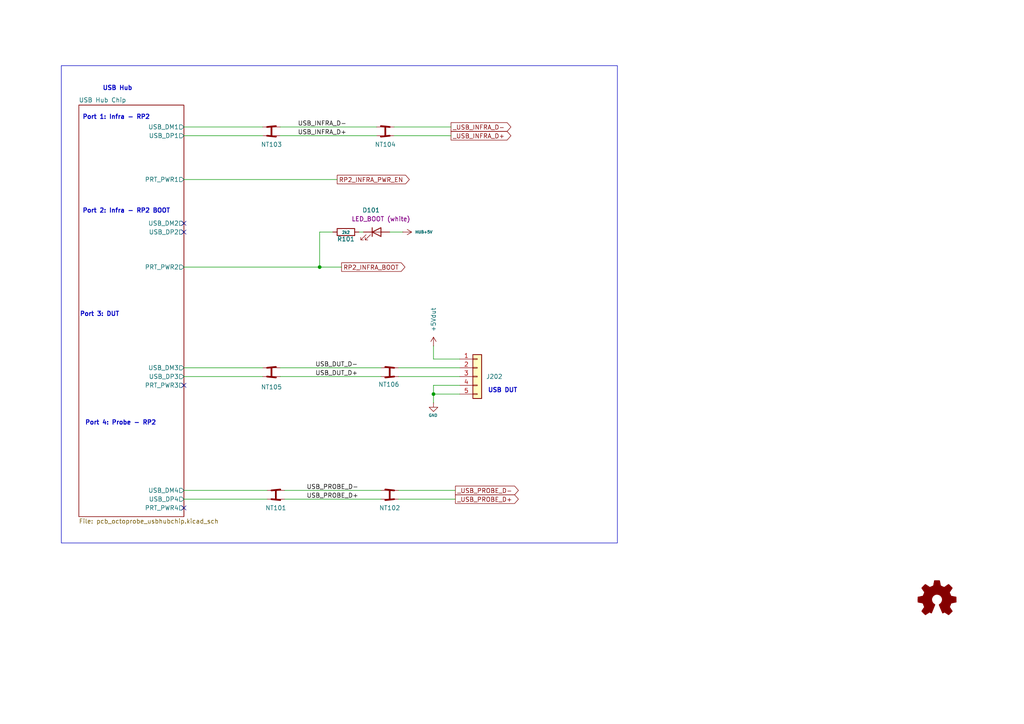
<source format=kicad_sch>
(kicad_sch (version 20250114) (generator "eeschema") (generator_version "9.0")
  (paper "A4")
  (title_block (title "Octohub4") (date "2026-01-11") (rev "0.1") (company "Hans Märki, Märki Informatik") (comment 1 "The MIT License (MIT)"))
  (lib_symbols
    (symbol "00_project_library:+5Vdut" (power) (pin_numbers (hide yes)) (pin_names (offset 0) (hide yes))
      (property "Value" "+5Vdut" (at 0 3.556 0))
      (symbol "+5Vdut_0_1"
        (polyline (pts (xy -0.762 1.27) (xy 0 2.54)))
        (polyline (pts (xy 0 2.54) (xy 0.762 1.27)))
        (polyline (pts (xy 0 0) (xy 0 2.54)))
      )
      (symbol "+5Vdut_1_1"
        (pin power_in line (at 0 0 90) (length 0) (name "~") (number "1"))
      )
    )
    (symbol "00_project_library:HUB+5V" (power) (pin_numbers (hide yes)) (pin_names (offset 0) (hide yes))
      (property "Value" "HUB+5V" (at 0 3.556 0))
      (symbol "HUB+5V_0_1"
        (polyline (pts (xy -0.762 1.27) (xy 0 2.54)))
        (polyline (pts (xy 0 2.54) (xy 0.762 1.27)))
        (polyline (pts (xy 0 0) (xy 0 2.54)))
      )
      (symbol "HUB+5V_1_1"
        (pin power_in line (at 0 0 90) (length 0) (name "~") (number "1"))
      )
    )
    (symbol "00_project_library:LED WHITE" (pin_numbers (hide yes)) (pin_names (offset 1.016) (hide yes))
      (property "Reference" "D" (at 0 2.54 0))
      (property "Value" "LED WHITE" (at 0 -2.54 0))
      (symbol "LED WHITE_0_1"
        (polyline (pts (xy -3.048 -0.762) (xy -4.572 -2.286) (xy -3.81 -2.286) (xy -4.572 -2.286) (xy -4.572 -1.524)))
        (polyline (pts (xy -1.778 -0.762) (xy -3.302 -2.286) (xy -2.54 -2.286) (xy -3.302 -2.286) (xy -3.302 -1.524)))
        (polyline (pts (xy -1.27 0) (xy 1.27 0)))
        (polyline (pts (xy -1.27 -1.27) (xy -1.27 1.27)) (stroke (width 0.254)))
        (polyline (pts (xy 1.27 -1.27) (xy 1.27 1.27) (xy -1.27 0) (xy 1.27 -1.27)) (stroke (width 0.254)))
      )
      (symbol "LED WHITE_1_1"
        (pin passive line (at -3.81 0 0) (length 2.54) (name "K") (number "1"))
        (pin passive line (at 3.81 0 180) (length 2.54) (name "A") (number "2"))
      )
    )
    (symbol "00_project_library:octoprobe_NetTie_USB_Differential" (pin_numbers (hide yes)) (pin_names (offset 0) (hide yes)) (in_bom no)
      (property "Reference" "NT" (at 0 1.27 0))
      (symbol "octoprobe_NetTie_USB_Differential_0_1"
        (polyline (pts (xy -1.27 0) (xy 1.27 0.254)) (stroke (width 0.508)))
        (polyline (pts (xy -1.27 -2.54) (xy 1.27 -2.794)) (stroke (width 0.508)))
        (polyline (pts (xy 0 -2.54) (xy 0 0)) (stroke (width 0.508)))
      )
      (symbol "octoprobe_NetTie_USB_Differential_1_1"
        (pin passive line (at -2.54 0 0) (length 2.54) (name "1") (number "1"))
        (pin passive line (at -2.54 -2.54 0) (length 2.54) (name "3") (number "3"))
        (pin passive line (at 2.54 0 180) (length 2.54) (name "2") (number "2"))
        (pin passive line (at 2.54 -2.54 180) (length 2.54) (name "4") (number "4"))
      )
    )
    (symbol "Connector_Generic:Conn_01x05" (pin_names (offset 1.016) (hide yes))
      (property "Reference" "J" (at 0 7.62 0))
      (property "Value" "Conn_01x05" (at 0 -7.62 0))
      (symbol "Conn_01x05_1_1"
        (rectangle (start -1.27 6.35) (end 1.27 -6.35) (stroke (width 0.254)) (fill (type background)))
        (rectangle (start -1.27 5.207) (end 0 4.953) (stroke (width 0.1524)))
        (rectangle (start -1.27 2.667) (end 0 2.413) (stroke (width 0.1524)))
        (rectangle (start -1.27 0.127) (end 0 -0.127) (stroke (width 0.1524)))
        (rectangle (start -1.27 -2.413) (end 0 -2.667) (stroke (width 0.1524)))
        (rectangle (start -1.27 -4.953) (end 0 -5.207) (stroke (width 0.1524)))
        (pin passive line (at -5.08 5.08 0) (length 3.81) (name "Pin_1") (number "1"))
        (pin passive line (at -5.08 2.54 0) (length 3.81) (name "Pin_2") (number "2"))
        (pin passive line (at -5.08 0 0) (length 3.81) (name "Pin_3") (number "3"))
        (pin passive line (at -5.08 -2.54 0) (length 3.81) (name "Pin_4") (number "4"))
        (pin passive line (at -5.08 -5.08 0) (length 3.81) (name "Pin_5") (number "5"))
      )
    )
    (symbol "Device:R" (pin_numbers (hide yes)) (pin_names (offset 0))
      (property "Reference" "R" (at 2.032 0 90))
      (property "Value" "R" (at 0 0 90))
      (symbol "R_0_1"
        (rectangle (start -1.016 -2.54) (end 1.016 2.54) (stroke (width 0.254)))
      )
      (symbol "R_1_1"
        (pin passive line (at 0 3.81 270) (length 1.27) (name "~") (number "1"))
        (pin passive line (at 0 -3.81 90) (length 1.27) (name "~") (number "2"))
      )
    )
    (symbol "Graphic:Logo_Open_Hardware_Small" (in_bom no) (on_board no)
      (symbol "Logo_Open_Hardware_Small_0_1"
        (polyline (pts (xy 3.3528 -4.3434) (xy 3.302 -4.318) (xy 3.175 -4.2418) (xy 2.9972 -4.1148) (xy 2.7686 -3.9624) (xy 2.54 -3.81) (xy 2.3622 -3.7084) (xy 2.2352 -3.6068) (xy 2.1844 -3.5814) (xy 2.159 -3.6068) (xy 2.0574 -3.6576) (xy 1.905 -3.7338) (xy 1.8034 -3.7846) (xy 1.6764 -3.8354) (xy 1.6002 -3.8354) (xy 1.6002 -3.8354) (xy 1.5494 -3.7338) (xy 1.4732 -3.5306) (xy 1.3462 -3.302) (xy 1.2446 -3.0226) (xy 1.1176 -2.7178) (xy 0.9652 -2.413) (xy 0.8636 -2.1082) (xy 0.7366 -1.8288) (xy 0.6604 -1.6256) (xy 0.6096 -1.4732) (xy 0.5842 -1.397) (xy 0.5842 -1.397) (xy 0.6604 -1.3208) (xy 0.7874 -1.2446) (xy 1.0414 -1.016) (xy 1.2954 -0.6858) (xy 1.4478 -0.3302) (xy 1.524 0.0762) (xy 1.4732 0.4572) (xy 1.3208 0.8128) (xy 1.0668 1.143) (xy 0.762 1.3716) (xy 0.4064 1.524) (xy 0 1.5748) (xy -0.381 1.5494) (xy -0.7366 1.397) (xy -1.0668 1.143) (xy -1.2192 0.9906) (xy -1.397 0.6604) (xy -1.524 0.3048) (xy -1.524 0.2286) (xy -1.4986 -0.1778) (xy -1.397 -0.5334) (xy -1.1938 -0.8636) (xy -0.9144 -1.143) (xy -0.8636 -1.1684) (xy -0.7366 -1.27) (xy -0.635 -1.3462) (xy -0.5842 -1.397) (xy -1.0668 -2.5908) (xy -1.143 -2.794) (xy -1.2954 -3.1242) (xy -1.397 -3.4036) (xy -1.4986 -3.6322) (xy -1.5748 -3.7846) (xy -1.6002 -3.8354) (xy -1.6002 -3.8354) (xy -1.651 -3.8354) (xy -1.7272 -3.81) (xy -1.905 -3.7338) (xy -2.0066 -3.683) (xy -2.1336 -3.6068) (xy -2.2098 -3.5814) (xy -2.2606 -3.6068) (xy -2.3622 -3.683) (xy -2.54 -3.81) (xy -2.7686 -3.9624) (xy -2.9718 -4.0894) (xy -3.1496 -4.2164) (xy -3.302 -4.318) (xy -3.3528 -4.3434) (xy -3.3782 -4.3434) (xy -3.429 -4.318) (xy -3.5306 -4.2164) (xy -3.7084 -4.064) (xy -3.937 -3.8354) (xy -3.9624 -3.81) (xy -4.1656 -3.6068) (xy -4.318 -3.4544) (xy -4.4196 -3.3274) (xy -4.445 -3.2766) (xy -4.445 -3.2766) (xy -4.4196 -3.2258) (xy -4.318 -3.0734) (xy -4.2164 -2.8956) (xy -4.064 -2.667) (xy -3.6576 -2.0828) (xy -3.8862 -1.5494) (xy -3.937 -1.3716) (xy -4.0386 -1.1684) (xy -4.0894 -1.0414) (xy -4.1148 -0.9652) (xy -4.191 -0.9398) (xy -4.318 -0.9144) (xy -4.5466 -0.8636) (xy -4.8006 -0.8128) (xy -5.0546 -0.7874) (xy -5.2578 -0.7366) (xy -5.4356 -0.7112) (xy -5.5118 -0.6858) (xy -5.5118 -0.6858) (xy -5.5372 -0.635) (xy -5.5372 -0.5588) (xy -5.5372 -0.4318) (xy -5.5626 -0.2286) (xy -5.5626 0.0762) (xy -5.5626 0.127) (xy -5.5372 0.4064) (xy -5.5372 0.635) (xy -5.5372 0.762) (xy -5.5372 0.8382) (xy -5.5372 0.8382) (xy -5.461 0.8382) (xy -5.3086 0.889) (xy -5.08 0.9144) (xy -4.826 0.9652) (xy -4.8006 0.9906) (xy -4.5466 1.0414) (xy -4.318 1.0668) (xy -4.1656 1.1176) (xy -4.0894 1.143) (xy -4.0894 1.143) (xy -4.0386 1.2446) (xy -3.9624 1.4224) (xy -3.8608 1.6256) (xy -3.7846 1.8288) (xy -3.7084 2.0066) (xy -3.6576 2.159) (xy -3.6322 2.2098) (xy -3.6322 2.2098) (xy -3.683 2.286) (xy -3.7592 2.413) (xy -3.8862 2.5908) (xy -4.064 2.8194) (xy -4.064 2.8448) (xy -4.2164 3.0734) (xy -4.3434 3.2512) (xy -4.4196 3.3782) (xy -4.445 3.4544) (xy -4.445 3.4544) (xy -4.3942 3.5052) (xy -4.2926 3.6322) (xy -4.1148 3.81) (xy -3.937 4.0132) (xy -3.8608 4.064) (xy -3.6576 4.2926) (xy -3.5052 4.4196) (xy -3.4036 4.4958) (xy -3.3528 4.5212) (xy -3.3528 4.5212) (xy -3.302 4.4704) (xy -3.1496 4.3688) (xy -2.9718 4.2418) (xy -2.7432 4.0894) (xy -2.7178 4.0894) (xy -2.4892 3.937) (xy -2.3114 3.81) (xy -2.1844 3.7084) (xy -2.1336 3.683) (xy -2.1082 3.683) (xy -2.032 3.7084) (xy -1.8542 3.7592) (xy -1.6764 3.8354) (xy -1.4732 3.937) (xy -1.27 4.0132) (xy -1.143 4.064) (xy -1.0668 4.1148) (xy -1.0668 4.1148) (xy -1.0414 4.191) (xy -1.016 4.3434) (xy -0.9652 4.572) (xy -0.9144 4.8514) (xy -0.889 4.9022) (xy -0.8382 5.1562) (xy -0.8128 5.3848) (xy -0.7874 5.5372) (xy -0.762 5.588) (xy -0.7112 5.6134) (xy -0.5842 5.6134) (xy -0.4064 5.6134) (xy -0.1524 5.6134) (xy 0.0762 5.6134) (xy 0.3302 5.6134) (xy 0.5334 5.6134) (xy 0.6858 5.588) (xy 0.7366 5.588) (xy 0.7366 5.588) (xy 0.762 5.5118) (xy 0.8128 5.334) (xy 0.8382 5.1054) (xy 0.9144 4.826) (xy 0.9144 4.7752) (xy 0.9652 4.5212) (xy 1.016 4.2926) (xy 1.0414 4.1402) (xy 1.0668 4.0894) (xy 1.0668 4.0894) (xy 1.1938 4.0386) (xy 1.3716 3.9624) (xy 1.5748 3.8608) (xy 2.0828 3.6576) (xy 2.7178 4.0894) (xy 2.7686 4.1402) (xy 2.9972 4.2926) (xy 3.175 4.4196) (xy 3.302 4.4958) (xy 3.3782 4.5212) (xy 3.3782 4.5212) (xy 3.429 4.4704) (xy 3.556 4.3434) (xy 3.7338 4.191) (xy 3.9116 3.9878) (xy 4.064 3.8354) (xy 4.2418 3.6576) (xy 4.3434 3.556) (xy 4.4196 3.4798) (xy 4.4196 3.429) (xy 4.4196 3.4036) (xy 4.3942 3.3274) (xy 4.2926 3.2004) (xy 4.1656 2.9972) (xy 4.0132 2.794) (xy 3.8862 2.5908) (xy 3.7592 2.3876) (xy 3.6576 2.2352) (xy 3.6322 2.159) (xy 3.6322 2.1336) (xy 3.683 2.0066) (xy 3.7592 1.8288) (xy 3.8608 1.6002) (xy 4.064 1.1176) (xy 4.3942 1.0414) (xy 4.5974 1.016) (xy 4.8768 0.9652) (xy 5.1308 0.9144) (xy 5.5372 0.8382) (xy 5.5626 -0.6604) (xy 5.4864 -0.6858) (xy 5.4356 -0.6858) (xy 5.2832 -0.7366) (xy 5.0546 -0.762) (xy 4.8006 -0.8128) (xy 4.5974 -0.8636) (xy 4.3688 -0.9144) (xy 4.2164 -0.9398) (xy 4.1402 -0.9398) (xy 4.1148 -0.9652) (xy 4.064 -1.0668) (xy 3.9878 -1.2446) (xy 3.9116 -1.4478) (xy 3.81 -1.651) (xy 3.7338 -1.8542) (xy 3.683 -2.0066) (xy 3.6576 -2.0828) (xy 3.683 -2.1336) (xy 3.7846 -2.2606) (xy 3.8862 -2.4638) (xy 4.0386 -2.667) (xy 4.191 -2.8956) (xy 4.318 -3.0734) (xy 4.3942 -3.2004) (xy 4.445 -3.2766) (xy 4.4196 -3.3274) (xy 4.3434 -3.429) (xy 4.1656 -3.5814) (xy 3.937 -3.8354) (xy 3.8862 -3.8608) (xy 3.683 -4.064) (xy 3.5306 -4.2164) (xy 3.4036 -4.318) (xy 3.3528 -4.3434)) (fill (type outline)))
      )
    )
    (symbol "power:GND" (power) (pin_numbers (hide yes)) (pin_names (offset 0) (hide yes))
      (property "Value" "GND" (at 0 -3.81 0))
      (symbol "GND_0_1"
        (polyline (pts (xy 0 0) (xy 0 -1.27) (xy 1.27 -1.27) (xy 0 -2.54) (xy -1.27 -1.27) (xy 0 -1.27)))
      )
      (symbol "GND_1_1"
        (pin power_in line (at 0 0 270) (length 0) (name "~") (number "1"))
      )
    )
  )
  (rectangle (start 17.78 19.05) (end 179.07 157.48))
  (text "Port 2: Infra - RP2 BOOT" (at 23.876 61.976 0) (effects (font (size 1.27 1.27) (thickness 0.254) (bold yes)) (justify left bottom)))
  (text "Port 4: Probe - RP2" (at 24.638 123.444 0) (effects (font (size 1.27 1.27) (thickness 0.254) (bold yes)) (justify left bottom)))
  (text "Port 3: DUT" (at 23.114 91.948 0) (effects (font (size 1.27 1.27) (thickness 0.254) (bold yes)) (justify left bottom)))
  (text "USB DUT" (at 145.796 114.046 0) (effects (font (size 1.27 1.27) (thickness 0.254) (bold yes)) (justify bottom)))
  (text "Port 1: Infra - RP2" (at 23.876 34.798 0) (effects (font (size 1.27 1.27) (thickness 0.254) (bold yes)) (justify left bottom)))
  (text "USB Hub" (at 29.718 26.416 0) (effects (font (size 1.27 1.27) (thickness 0.254) (bold yes)) (justify left bottom)))
  (junction (at 125.73 114.3))
  (junction (at 92.71 77.47))
  (no_connect (at 53.34 67.31))
  (no_connect (at 53.34 147.32))
  (no_connect (at 53.34 64.77))
  (no_connect (at 53.34 111.76))
  (wire (pts (xy 97.79 52.07) (xy 53.34 52.07)))
  (wire (pts (xy 81.28 39.37) (xy 109.22 39.37)))
  (wire (pts (xy 125.73 104.14) (xy 133.35 104.14)))
  (wire (pts (xy 125.73 111.76) (xy 125.73 114.3)))
  (wire (pts (xy 53.34 106.68) (xy 76.2 106.68)))
  (wire (pts (xy 92.71 67.31) (xy 92.71 77.47)))
  (wire (pts (xy 92.71 77.47) (xy 99.06 77.47)))
  (wire (pts (xy 81.28 109.22) (xy 110.49 109.22)))
  (wire (pts (xy 82.55 142.24) (xy 110.49 142.24)))
  (wire (pts (xy 115.57 109.22) (xy 133.35 109.22)))
  (wire (pts (xy 53.34 77.47) (xy 92.71 77.47)))
  (wire (pts (xy 125.73 111.76) (xy 133.35 111.76)))
  (wire (pts (xy 82.55 144.78) (xy 110.49 144.78)))
  (wire (pts (xy 53.34 36.83) (xy 76.2 36.83)))
  (wire (pts (xy 116.84 67.31) (xy 113.03 67.31)))
  (wire (pts (xy 81.28 106.68) (xy 110.49 106.68)))
  (wire (pts (xy 125.73 100.33) (xy 125.73 104.14)))
  (wire (pts (xy 105.41 67.31) (xy 104.14 67.31)))
  (wire (pts (xy 125.73 114.3) (xy 125.73 116.84)))
  (wire (pts (xy 81.28 36.83) (xy 109.22 36.83)))
  (wire (pts (xy 114.3 39.37) (xy 130.81 39.37)))
  (wire (pts (xy 53.34 39.37) (xy 76.2 39.37)))
  (wire (pts (xy 53.34 144.78) (xy 77.47 144.78)))
  (wire (pts (xy 53.34 109.22) (xy 76.2 109.22)))
  (wire (pts (xy 114.3 36.83) (xy 130.81 36.83)))
  (wire (pts (xy 53.34 142.24) (xy 77.47 142.24)))
  (wire (pts (xy 115.57 144.78) (xy 132.08 144.78)))
  (wire (pts (xy 125.73 114.3) (xy 133.35 114.3)))
  (wire (pts (xy 115.57 142.24) (xy 132.08 142.24)))
  (wire (pts (xy 92.71 67.31) (xy 96.52 67.31)))
  (wire (pts (xy 115.57 106.68) (xy 133.35 106.68)))
  (label "USB_INFRA_D-" (at 86.36 36.83 0))
  (label "USB_PROBE_D+" (at 88.9 144.78 0))
  (label "USB_PROBE_D-" (at 88.9 142.24 0))
  (label "USB_DUT_D-" (at 91.44 106.68 0))
  (label "USB_INFRA_D+" (at 86.36 39.37 0))
  (label "USB_DUT_D+" (at 91.44 109.22 0))
  (global_label "RP2_INFRA_PWR_EN" (shape output) (at 97.79 52.07 0) (property "Intersheetrefs" "${INTERSHEET_REFS}" (effects (hide yes))))
  (global_label "_USB_PROBE_D-" (shape output) (at 132.08 142.24 0) (property "Intersheetrefs" "${INTERSHEET_REFS}" (effects (hide yes))))
  (global_label "_USB_PROBE_D+" (shape output) (at 132.08 144.78 0) (property "Intersheetrefs" "${INTERSHEET_REFS}" (effects (hide yes))))
  (global_label "_USB_INFRA_D+" (shape output) (at 130.81 39.37 0) (property "Intersheetrefs" "${INTERSHEET_REFS}" (effects (hide yes))))
  (global_label "RP2_INFRA_BOOT" (shape output) (at 99.06 77.47 0) (property "Intersheetrefs" "${INTERSHEET_REFS}" (effects (hide yes))))
  (global_label "_USB_INFRA_D-" (shape output) (at 130.81 36.83 0) (property "Intersheetrefs" "${INTERSHEET_REFS}" (effects (hide yes))))
  (symbol (lib_id "00_project_library:octoprobe_NetTie_USB_Differential") (at 78.74 109.22 0) (mirror x) (unit 1) (in_bom no)
    (property "Reference" "NT105" (at 78.74 112.268 0))
    (property "Value" "octoprobe_NetTie_USB_Differential" (effects (hide yes)))
    (property "Footprint" "00_project_library:octoprobe_NetTie_USB_Differential" (effects (hide yes)))
    (property "Description" "Net tie, 4 pins" (effects (hide yes)))
  )
  (symbol (lib_id "Connector_Generic:Conn_01x05") (at 138.43 109.22 0) (unit 1) (in_bom no)
    (property "Reference" "J202" (at 140.97 109.2199 0) (effects (justify left)))
    (property "Value" "Conn_01x5" (effects (hide yes)))
    (property "Footprint" "00_project_library:PinSocket_1x5_P2.54mm_Vertical_squarepad_USB" (effects (hide yes)))
    (property "Description" "Generic connector, single row, 01x05, script generated (kicad-library-utils/schlib/autogen/connector/)" (effects (hide yes)))
  )
  (symbol (lib_id "00_project_library:octoprobe_NetTie_USB_Differential") (at 113.03 142.24 0) (mirror y) (unit 1) (in_bom no)
    (property "Reference" "NT102" (at 113.03 147.32 0))
    (property "Value" "octoprobe_NetTie_USB_Differential" (effects (hide yes)))
    (property "Footprint" "00_project_library:octoprobe_NetTie_USB_Differential" (effects (hide yes)))
    (property "Description" "Net tie, 4 pins" (effects (hide yes)))
  )
  (symbol (lib_id "00_project_library:+5Vdut") (at 125.73 100.33 0) (unit 1)
    (property "Reference" "#PWR0234" (effects (hide yes)))
    (property "Value" "+5Vdut" (at 125.73 96.266 90) (effects (justify left)))
    (property "Description" "Power symbol creates a global label with name \"+3V3dut\"" (effects (hide yes)))
  )
  (symbol (lib_id "00_project_library:LED WHITE") (at 109.22 67.31 0) (unit 1)
    (property "Reference" "D101" (at 107.6325 60.96 0))
    (property "Value" "white" (effects (hide yes)))
    (property "Footprint" "00_project_library:LED_0603_1608Metric" (effects (hide yes)))
    (property "JLC" "C2290" (effects (hide yes)))
    (property "Label" "LED_BOOT (white)" (at 110.49 63.5 0))
  )
  (symbol (lib_id "00_project_library:octoprobe_NetTie_USB_Differential") (at 80.01 144.78 0) (mirror x) (unit 1) (in_bom no)
    (property "Reference" "NT101" (at 80.01 147.32 0))
    (property "Value" "octoprobe_NetTie_USB_Differential" (effects (hide yes)))
    (property "Footprint" "00_project_library:octoprobe_NetTie_USB_Differential" (effects (hide yes)))
    (property "Description" "Net tie, 4 pins" (effects (hide yes)))
  )
  (symbol (lib_id "00_project_library:octoprobe_NetTie_USB_Differential") (at 111.76 36.83 0) (mirror y) (unit 1) (in_bom no)
    (property "Reference" "NT104" (at 111.76 41.91 0))
    (property "Value" "octoprobe_NetTie_USB_Differential" (effects (hide yes)))
    (property "Footprint" "00_project_library:octoprobe_NetTie_USB_Differential" (effects (hide yes)))
    (property "Description" "Net tie, 4 pins" (effects (hide yes)))
  )
  (symbol (lib_id "00_project_library:HUB+5V") (at 116.84 67.31 270) (unit 1)
    (property "Reference" "#PWR0101" (effects (hide yes)))
    (property "Value" "HUB+5V" (at 122.936 67.31 90) (effects (font (size 0.8 0.8))))
    (property "Description" "Power symbol creates a global label with name \"+3V3\"" (effects (hide yes)))
  )
  (symbol (lib_id "power:GND") (at 125.73 116.84 0) (unit 1)
    (property "Reference" "#PWR0104" (effects (hide yes)))
    (property "Value" "GND" (at 125.603 120.4722 0) (effects (font (size 0.8 0.8))))
    (property "Description" "Power symbol creates a global label with name \"GND\" , ground" (effects (hide yes)))
  )
  (symbol (lib_id "00_project_library:octoprobe_NetTie_USB_Differential") (at 113.03 106.68 0) (mirror y) (unit 1) (in_bom no)
    (property "Reference" "NT106" (at 112.776 111.506 0))
    (property "Value" "octoprobe_NetTie_USB_Differential" (effects (hide yes)))
    (property "Footprint" "00_project_library:octoprobe_NetTie_USB_Differential" (effects (hide yes)))
    (property "Description" "Net tie, 4 pins" (effects (hide yes)))
  )
  (symbol (lib_id "Graphic:Logo_Open_Hardware_Small") (at 271.78 173.99 0) (unit 1) (in_bom no)
    (property "Reference" "Logo_open_hardware101" (effects (hide yes)))
    (property "Value" "Logo_Open_Hardware_Small" (effects (hide yes)))
    (property "Footprint" "Symbol:OSHW-Logo2_9.8x8mm_SilkScreen" (effects (hide yes)))
    (property "Description" "Open Hardware logo, small" (effects (hide yes)))
  )
  (symbol (lib_id "Device:R") (at 100.33 67.31 270) (unit 1)
    (property "Reference" "R101" (at 100.33 69.342 90))
    (property "Value" "2k2" (at 100.33 67.4116 90) (effects (font (size 0.8 0.8))))
    (property "Footprint" "Resistor_SMD:R_0805_2012Metric" (effects (hide yes)))
  )
  (symbol (lib_id "00_project_library:octoprobe_NetTie_USB_Differential") (at 78.74 39.37 0) (mirror x) (unit 1) (in_bom no)
    (property "Reference" "NT103" (at 78.74 41.91 0))
    (property "Value" "octoprobe_NetTie_USB_Differential" (effects (hide yes)))
    (property "Footprint" "00_project_library:octoprobe_NetTie_USB_Differential" (effects (hide yes)))
    (property "Description" "Net tie, 4 pins" (effects (hide yes)))
  )
  (sheet (at 22.86 30.48) (size 30.48 119.38) (stroke (width 0.1524))
    (property "Sheetname" "USB Hub Chip" (at 22.86 29.7684 0) (effects (justify left bottom)))
    (property "Sheetfile" "pcb_octoprobe_usbhubchip.kicad_sch" (at 22.86 150.4446 0) (effects (justify left top)))
    (pin "USB_DM1" output (at 53.34 36.83 0))
    (pin "USB_DP1" output (at 53.34 39.37 0))
    (pin "PRT_PWR1" output (at 53.34 52.07 0))
    (pin "PRT_PWR2" output (at 53.34 77.47 0))
    (pin "USB_DM2" output (at 53.34 64.77 0))
    (pin "USB_DP2" output (at 53.34 67.31 0))
    (pin "USB_DP3" output (at 53.34 109.22 0))
    (pin "USB_DM3" output (at 53.34 106.68 0))
    (pin "USB_DP4" output (at 53.34 144.78 0))
    (pin "PRT_PWR4" output (at 53.34 147.32 0))
    (pin "PRT_PWR3" output (at 53.34 111.76 0))
    (pin "USB_DM4" output (at 53.34 142.24 0))
  )
)
</source>
